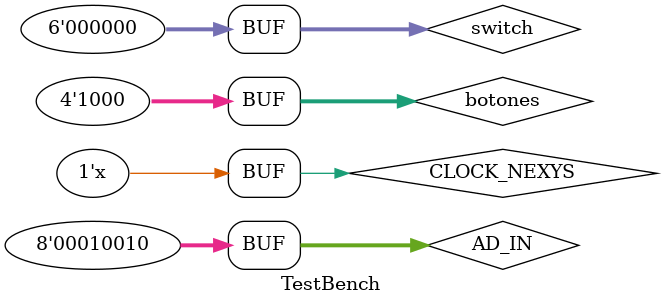
<source format=v>
`timescale 1ns / 1ps


module TestBench;

	// Inputs
	reg CLOCK_NEXYS;
	reg [5:0] switch;
	reg [3:0] botones;
	reg [7:0] AD_IN;

	// Outputs
	wire [7:0] AD_OUT;
	wire [11:0] COLORES;
	wire H_syncro;
	wire V_syncro;
	wire R_D;
	wire C_S;
	wire W_R;
	wire A_D;
	wire [5:0] LED;
	wire clknex;

	// Instantiate the Unit Under Test (UUT)
	Sistema uut (
		.CLOCK_NEXYS(CLOCK_NEXYS), 
		.switch(switch), 
		.botones(botones), 
		.AD_IN(AD_IN), 
		.AD_OUT(AD_OUT), 
		.COLORES(COLORES), 
		.H_syncro(H_syncro), 
		.V_syncro(V_syncro), 
		.R_D(R_D), 
		.C_S(C_S), 
		.W_R(W_R), 
		.A_D(A_D), 
		.LED(LED), 
		.clknex(clknex)
	);

	initial begin
		// Initialize Inputs
		CLOCK_NEXYS = 0;
		switch = 0;
		botones = 0;
		AD_IN = 8'h12;

		// Wait 100 ns for global reset to finish
		#100;
		// Add stimulus here
		
	end
	always 
	begin
		#5 CLOCK_NEXYS=!CLOCK_NEXYS;
	end
      
	initial
	begin
		switch[5]=1;
		#30
		switch[5]=0;
		#2000
		switch[4]=1;
		#25000
		botones[3]=1;
		#25000
		botones[3]=1;
		#25000
		switch[4]=0;
		
	end
endmodule


</source>
